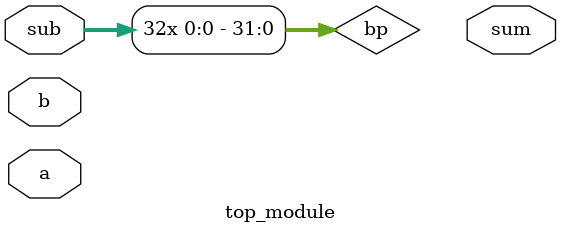
<source format=v>
module top_module(
    input [31:0] a,
    input [31:0] b,
    input sub,
    output [31:0] sum
);
    wire [31:0] bp;
    assign bp={32{sub}};
endmodule

</source>
